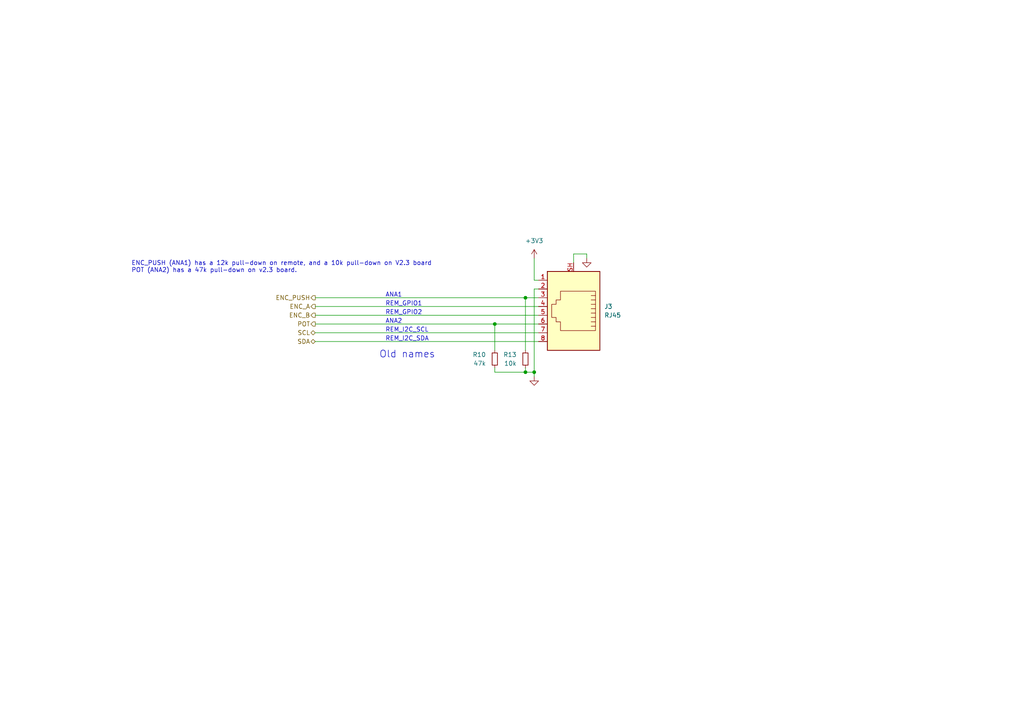
<source format=kicad_sch>
(kicad_sch (version 20231120) (generator "eeschema") (generator_version "8.0")
  (paper "A4")
  (title_block (title "OSSM!") (date "2024-08-21") (rev "V3.0 Beta 1") (company "Research & Desire"))
  (lib_symbols
    (symbol "Connector:RJ45_Shielded" (pin_names (offset 1.016))
      (property "Reference" "J" (at -5.08 13.97 0))
      (property "Value" "RJ45_Shielded" (at 2.54 13.97 0))
      (symbol "RJ45_Shielded_0_1"
        (polyline (pts (xy -5.08 4.445) (xy -6.35 4.445)))
        (polyline (pts (xy -5.08 5.715) (xy -6.35 5.715)))
        (polyline (pts (xy -6.35 -3.175) (xy -5.08 -3.175) (xy -5.08 -3.175)))
        (polyline (pts (xy -6.35 -1.905) (xy -5.08 -1.905) (xy -5.08 -1.905)))
        (polyline (pts (xy -6.35 -0.635) (xy -5.08 -0.635) (xy -5.08 -0.635)))
        (polyline (pts (xy -6.35 0.635) (xy -5.08 0.635) (xy -5.08 0.635)))
        (polyline (pts (xy -6.35 1.905) (xy -5.08 1.905) (xy -5.08 1.905)))
        (polyline (pts (xy -5.08 3.175) (xy -6.35 3.175) (xy -6.35 3.175)))
        (polyline (pts (xy -6.35 -4.445) (xy -6.35 6.985) (xy 3.81 6.985) (xy 3.81 4.445) (xy 5.08 4.445) (xy 5.08 3.175) (xy 6.35 3.175) (xy 6.35 -0.635) (xy 5.08 -0.635) (xy 5.08 -1.905) (xy 3.81 -1.905) (xy 3.81 -4.445) (xy -6.35 -4.445) (xy -6.35 -4.445)))
        (rectangle (start 7.62 12.7) (end -7.62 -10.16) (stroke (width 0.254)) (fill (type background)))
      )
      (symbol "RJ45_Shielded_1_1"
        (pin passive line (at 10.16 -7.62 180) (length 2.54) (name "~") (number "1"))
        (pin passive line (at 10.16 -5.08 180) (length 2.54) (name "~") (number "2"))
        (pin passive line (at 10.16 -2.54 180) (length 2.54) (name "~") (number "3"))
        (pin passive line (at 10.16 0 180) (length 2.54) (name "~") (number "4"))
        (pin passive line (at 10.16 2.54 180) (length 2.54) (name "~") (number "5"))
        (pin passive line (at 10.16 5.08 180) (length 2.54) (name "~") (number "6"))
        (pin passive line (at 10.16 7.62 180) (length 2.54) (name "~") (number "7"))
        (pin passive line (at 10.16 10.16 180) (length 2.54) (name "~") (number "8"))
        (pin passive line (at 0 -12.7 90) (length 2.54) (name "~") (number "SH"))
      )
    )
    (symbol "Device:R_Small" (pin_numbers hide) (pin_names (offset 0.254) hide)
      (property "Reference" "R" (at 0.762 0.508 0))
      (property "Value" "R_Small" (at 0.762 -1.016 0))
      (symbol "R_Small_0_1"
        (rectangle (start -0.762 1.778) (end 0.762 -1.778) (stroke (width 0.2032)))
      )
      (symbol "R_Small_1_1"
        (pin passive line (at 0 2.54 270) (length 0.762) (name "~") (number "1"))
        (pin passive line (at 0 -2.54 90) (length 0.762) (name "~") (number "2"))
      )
    )
    (symbol "power:+3V3" (power) (pin_numbers hide) (pin_names (offset 0) hide)
      (property "Value" "+3V3" (at 0 3.556 0))
      (symbol "+3V3_0_1"
        (polyline (pts (xy -0.762 1.27) (xy 0 2.54)))
        (polyline (pts (xy 0 0) (xy 0 2.54)))
        (polyline (pts (xy 0 2.54) (xy 0.762 1.27)))
      )
      (symbol "+3V3_1_1"
        (pin power_in line (at 0 0 90) (length 0) (name "~") (number "1"))
      )
    )
    (symbol "power:GND" (power) (pin_numbers hide) (pin_names (offset 0) hide)
      (property "Value" "GND" (at 0 -3.81 0))
      (symbol "GND_0_1"
        (polyline (pts (xy 0 0) (xy 0 -1.27) (xy 1.27 -1.27) (xy 0 -2.54) (xy -1.27 -1.27) (xy 0 -1.27)))
      )
      (symbol "GND_1_1"
        (pin power_in line (at 0 0 270) (length 0) (name "~") (number "1"))
      )
    )
  )
  (junction (at 143.51 93.98))
  (junction (at 152.4 107.95))
  (junction (at 154.94 107.95))
  (junction (at 152.4 86.36))
  (wire (pts (xy 154.94 109.22) (xy 154.94 107.95)))
  (wire (pts (xy 152.4 106.68) (xy 152.4 107.95)))
  (wire (pts (xy 170.18 73.66) (xy 170.18 74.93)))
  (wire (pts (xy 166.37 76.2) (xy 166.37 73.66)))
  (wire (pts (xy 143.51 93.98) (xy 143.51 101.6)))
  (wire (pts (xy 91.44 99.06) (xy 156.21 99.06)))
  (wire (pts (xy 154.94 81.28) (xy 156.21 81.28)))
  (wire (pts (xy 154.94 83.82) (xy 156.21 83.82)))
  (wire (pts (xy 154.94 107.95) (xy 154.94 83.82)))
  (wire (pts (xy 166.37 73.66) (xy 170.18 73.66)))
  (wire (pts (xy 91.44 91.44) (xy 156.21 91.44)))
  (wire (pts (xy 154.94 74.93) (xy 154.94 81.28)))
  (wire (pts (xy 91.44 96.52) (xy 156.21 96.52)))
  (wire (pts (xy 91.44 88.9) (xy 156.21 88.9)))
  (wire (pts (xy 143.51 106.68) (xy 143.51 107.95)))
  (wire (pts (xy 152.4 86.36) (xy 156.21 86.36)))
  (wire (pts (xy 152.4 101.6) (xy 152.4 86.36)))
  (wire (pts (xy 152.4 107.95) (xy 154.94 107.95)))
  (wire (pts (xy 143.51 107.95) (xy 152.4 107.95)))
  (wire (pts (xy 91.44 86.36) (xy 152.4 86.36)))
  (wire (pts (xy 91.44 93.98) (xy 143.51 93.98)))
  (wire (pts (xy 143.51 93.98) (xy 156.21 93.98)))
  (text "ANA2" (at 111.76 93.98 0) (effects (font (size 1.27 1.27)) (justify left bottom)))
  (text "REM_I2C_SCL" (at 111.76 96.52 0) (effects (font (size 1.27 1.27)) (justify left bottom)))
  (text "REM_GPIO2" (at 111.76 91.44 0) (effects (font (size 1.27 1.27)) (justify left bottom)))
  (text "ANA1" (at 111.76 86.36 0) (effects (font (size 1.27 1.27)) (justify left bottom)))
  (text "ENC_PUSH (ANA1) has a 12k pull-down on remote, and a 10k pull-down on V2.3 board\nPOT (ANA2) has a 47k pull-down on v2.3 board.\n" (at 38.1 77.47 0) (effects (font (size 1.27 1.27)) (justify left)))
  (text "Old names" (at 118.11 102.87 0) (effects (font (size 2 2))))
  (text "REM_I2C_SDA" (at 111.76 99.06 0) (effects (font (size 1.27 1.27)) (justify left bottom)))
  (text "REM_GPIO1" (at 111.76 88.9 0) (effects (font (size 1.27 1.27)) (justify left bottom)))
  (hierarchical_label "SCL" (shape bidirectional) (at 91.44 96.52 180))
  (hierarchical_label "ENC_PUSH" (shape output) (at 91.44 86.36 180))
  (hierarchical_label "ENC_B" (shape output) (at 91.44 91.44 180))
  (hierarchical_label "SDA" (shape bidirectional) (at 91.44 99.06 180))
  (hierarchical_label "ENC_A" (shape output) (at 91.44 88.9 180))
  (hierarchical_label "POT" (shape output) (at 91.44 93.98 180))
  (symbol (lib_id "power:GND") (at 154.94 109.22 0) (unit 1)
    (property "Reference" "#PWR028" (effects (hide yes)))
    (property "Value" "GND" (effects (hide yes)))
    (property "Description" "Power symbol creates a global label with name \"GND\" , ground" (effects (hide yes)))
  )
  (symbol (lib_id "Device:R_Small") (at 152.4 104.14 0) (unit 1)
    (property "Reference" "R13" (at 149.86 102.8699 0) (effects (justify right)))
    (property "Value" "10k" (at 149.86 105.4099 0) (effects (justify right)))
    (property "Footprint" "Resistor_SMD:R_0402_1005Metric" (effects (hide yes)))
    (property "Description" "Resistor, small symbol" (effects (hide yes)))
    (property "MPN" "C60490" (effects (hide yes)))
  )
  (symbol (lib_id "power:GND") (at 170.18 74.93 0) (unit 1)
    (property "Reference" "#PWR025" (effects (hide yes)))
    (property "Value" "GND" (effects (hide yes)))
    (property "Description" "Power symbol creates a global label with name \"GND\" , ground" (effects (hide yes)))
  )
  (symbol (lib_id "Device:R_Small") (at 143.51 104.14 0) (unit 1)
    (property "Reference" "R10" (at 140.97 102.8699 0) (effects (justify right)))
    (property "Value" "47k" (at 140.97 105.4099 0) (effects (justify right)))
    (property "Footprint" "Resistor_SMD:R_0402_1005Metric" (effects (hide yes)))
    (property "Description" "Resistor, small symbol" (effects (hide yes)))
    (property "MPN" "C25792" (effects (hide yes)))
  )
  (symbol (lib_id "power:+3V3") (at 154.94 74.93 0) (unit 1)
    (property "Reference" "#PWR027" (effects (hide yes)))
    (property "Value" "+3V3" (at 154.94 69.85 0))
    (property "Description" "Power symbol creates a global label with name \"+3V3\"" (effects (hide yes)))
  )
  (symbol (lib_id "Connector:RJ45_Shielded") (at 166.37 88.9 180) (unit 1)
    (property "Reference" "J3" (at 175.26 88.8999 0) (effects (justify right)))
    (property "Value" "RJ45" (at 175.26 91.4399 0) (effects (justify right)))
    (property "Footprint" "Connector_RJ:RJ45_Connfly_DS1128-09-S8xx-S_Horizontal" (effects (hide yes)))
    (property "Description" "RJ connector, 8P8C (8 positions 8 connected), Shielded" (effects (hide yes)))
    (property "MPN" "C86575" (effects (hide yes)))
  )
)
</source>
